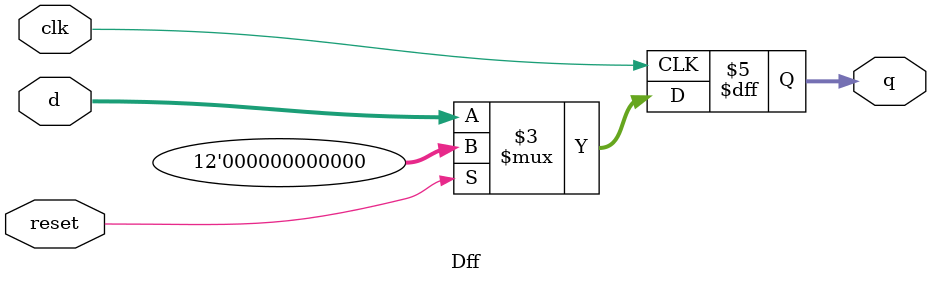
<source format=v>
`timescale 1ns / 1ps
module Dff(q, d, clk, reset
    );
	 
	 input [11:0] d;
	 input clk, reset;
	 output reg [11:0] q;
	 
	 always @(posedge clk) begin 
	 
		if (reset) begin
			q <= 0;
		end
		else begin
			q [11:0] <= d [11:0];
		end
	 
	 end


endmodule

</source>
